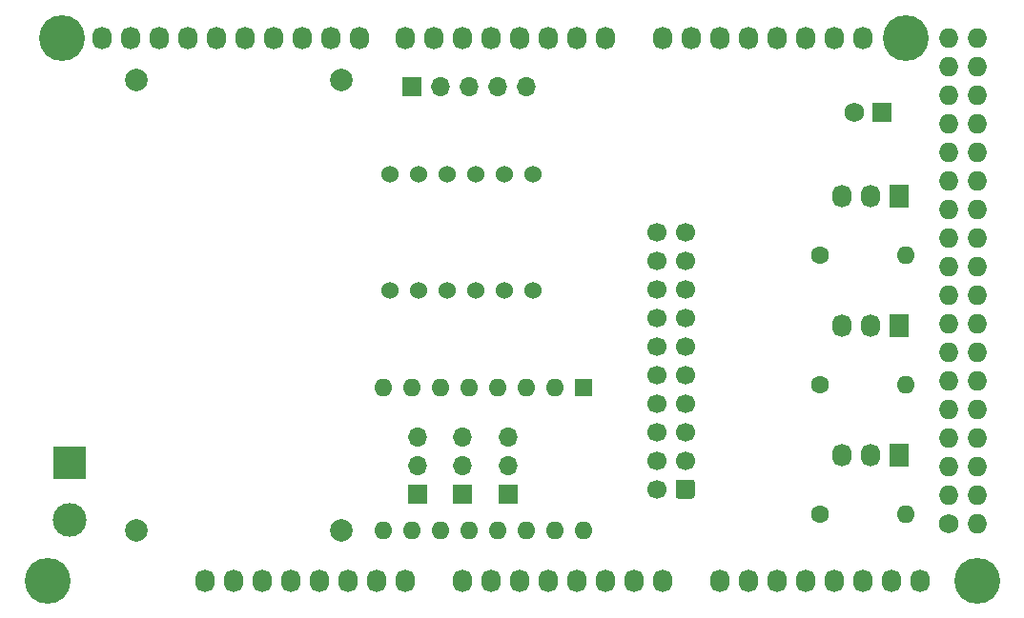
<source format=gts>
G04 #@! TF.GenerationSoftware,KiCad,Pcbnew,5.1.6-c6e7f7d~87~ubuntu18.04.1*
G04 #@! TF.CreationDate,2021-05-18T20:00:01+01:00*
G04 #@! TF.ProjectId,CheeseShield,43686565-7365-4536-9869-656c642e6b69,rev?*
G04 #@! TF.SameCoordinates,Original*
G04 #@! TF.FileFunction,Soldermask,Top*
G04 #@! TF.FilePolarity,Negative*
%FSLAX46Y46*%
G04 Gerber Fmt 4.6, Leading zero omitted, Abs format (unit mm)*
G04 Created by KiCad (PCBNEW 5.1.6-c6e7f7d~87~ubuntu18.04.1) date 2021-05-18 20:00:01*
%MOMM*%
%LPD*%
G01*
G04 APERTURE LIST*
%ADD10C,1.524000*%
%ADD11O,1.700000X1.700000*%
%ADD12R,1.700000X1.700000*%
%ADD13C,1.700000*%
%ADD14R,1.750000X1.750000*%
%ADD15C,1.750000*%
%ADD16C,1.600000*%
%ADD17O,1.600000X1.600000*%
%ADD18C,2.000000*%
%ADD19R,1.730000X2.030000*%
%ADD20O,1.730000X2.030000*%
%ADD21R,3.000000X3.000000*%
%ADD22C,3.000000*%
%ADD23R,1.600000X1.600000*%
%ADD24C,1.727200*%
%ADD25O,1.727200X1.727200*%
%ADD26O,1.727200X2.032000*%
%ADD27C,4.064000*%
G04 APERTURE END LIST*
D10*
X73800000Y1000000D03*
X76340000Y1000000D03*
X78880000Y1000000D03*
X81420000Y1000000D03*
X83960000Y1000000D03*
X86500000Y1000000D03*
X73790000Y-9340000D03*
X76330000Y-9340000D03*
X78870000Y-9340000D03*
X81410000Y-9340000D03*
X83950000Y-9340000D03*
X86500000Y-9350000D03*
D11*
X85910000Y8750000D03*
X83370000Y8750000D03*
X80830000Y8750000D03*
X78290000Y8750000D03*
D12*
X75750000Y8750000D03*
D13*
X97460000Y-4140000D03*
X97460000Y-6680000D03*
X97460000Y-9220000D03*
X97460000Y-11760000D03*
X97460000Y-14300000D03*
X97460000Y-16840000D03*
X97460000Y-19380000D03*
X97460000Y-21920000D03*
X97460000Y-24460000D03*
X97460000Y-27000000D03*
X100000000Y-4140000D03*
X100000000Y-6680000D03*
X100000000Y-9220000D03*
X100000000Y-11760000D03*
X100000000Y-14300000D03*
X100000000Y-16840000D03*
X100000000Y-19380000D03*
X100000000Y-21920000D03*
X100000000Y-24460000D03*
G36*
G01*
X100850000Y-26400000D02*
X100850000Y-27600000D01*
G75*
G02*
X100600000Y-27850000I-250000J0D01*
G01*
X99400000Y-27850000D01*
G75*
G02*
X99150000Y-27600000I0J250000D01*
G01*
X99150000Y-26400000D01*
G75*
G02*
X99400000Y-26150000I250000J0D01*
G01*
X100600000Y-26150000D01*
G75*
G02*
X100850000Y-26400000I0J-250000D01*
G01*
G37*
D14*
X117500000Y6500000D03*
D15*
X115000000Y6500000D03*
D16*
X112000000Y-17750000D03*
D17*
X119620000Y-17750000D03*
D16*
X112000000Y-6250000D03*
D17*
X119620000Y-6250000D03*
D16*
X112000000Y-29250000D03*
D17*
X119620000Y-29250000D03*
D18*
X69450000Y9400000D03*
X51250000Y9400000D03*
X69450000Y-30700000D03*
X51250000Y-30700000D03*
D19*
X119000000Y-12500000D03*
D20*
X116460000Y-12500000D03*
X113920000Y-12500000D03*
D19*
X119000000Y-1000000D03*
D20*
X116460000Y-1000000D03*
X113920000Y-1000000D03*
D19*
X119000000Y-24000000D03*
D20*
X116460000Y-24000000D03*
X113920000Y-24000000D03*
D21*
X45300000Y-24700000D03*
D22*
X45300000Y-29780000D03*
D12*
X84250000Y-27500000D03*
D11*
X84250000Y-24960000D03*
X84250000Y-22420000D03*
D12*
X80250000Y-27500000D03*
D11*
X80250000Y-24960000D03*
X80250000Y-22420000D03*
D12*
X76250000Y-27500000D03*
D11*
X76250000Y-24960000D03*
X76250000Y-22420000D03*
D23*
X91000000Y-18000000D03*
D17*
X73220000Y-30700000D03*
X88460000Y-18000000D03*
X75760000Y-30700000D03*
X85920000Y-18000000D03*
X78300000Y-30700000D03*
X83380000Y-18000000D03*
X80840000Y-30700000D03*
X80840000Y-18000000D03*
X83380000Y-30700000D03*
X78300000Y-18000000D03*
X85920000Y-30700000D03*
X75760000Y-18000000D03*
X88460000Y-30700000D03*
X73220000Y-18000000D03*
X91000000Y-30700000D03*
D24*
X123358000Y-30046000D03*
D25*
X125898000Y-30046000D03*
X123358000Y-27506000D03*
X125898000Y-27506000D03*
X123358000Y-24966000D03*
X125898000Y-24966000D03*
X123358000Y-22426000D03*
X125898000Y-22426000D03*
X123358000Y-19886000D03*
X125898000Y-19886000D03*
X123358000Y-17346000D03*
X125898000Y-17346000D03*
X123358000Y-14806000D03*
X125898000Y-14806000D03*
X123358000Y-12266000D03*
X125898000Y-12266000D03*
X123358000Y-9726000D03*
X125898000Y-9726000D03*
X123358000Y-7186000D03*
X125898000Y-7186000D03*
X123358000Y-4646000D03*
X125898000Y-4646000D03*
X123358000Y-2106000D03*
X125898000Y-2106000D03*
X123358000Y434000D03*
X125898000Y434000D03*
X123358000Y2974000D03*
X125898000Y2974000D03*
X123358000Y5514000D03*
X125898000Y5514000D03*
X123358000Y8054000D03*
X125898000Y8054000D03*
X123358000Y10594000D03*
X125898000Y10594000D03*
X123358000Y13134000D03*
X125898000Y13134000D03*
D26*
X57318000Y-35126000D03*
X59858000Y-35126000D03*
X62398000Y-35126000D03*
X64938000Y-35126000D03*
X67478000Y-35126000D03*
X70018000Y-35126000D03*
X72558000Y-35126000D03*
X75098000Y-35126000D03*
X80178000Y-35126000D03*
X82718000Y-35126000D03*
X85258000Y-35126000D03*
X87798000Y-35126000D03*
X90338000Y-35126000D03*
X92878000Y-35126000D03*
X95418000Y-35126000D03*
X97958000Y-35126000D03*
X103038000Y-35126000D03*
X105578000Y-35126000D03*
X108118000Y-35126000D03*
X110658000Y-35126000D03*
X113198000Y-35126000D03*
X115738000Y-35126000D03*
X118278000Y-35126000D03*
X120818000Y-35126000D03*
X48174000Y13134000D03*
X50714000Y13134000D03*
X53254000Y13134000D03*
X55794000Y13134000D03*
X58334000Y13134000D03*
X60874000Y13134000D03*
X63414000Y13134000D03*
X65954000Y13134000D03*
X68494000Y13134000D03*
X71034000Y13134000D03*
X75098000Y13134000D03*
X77638000Y13134000D03*
X80178000Y13134000D03*
X82718000Y13134000D03*
X85258000Y13134000D03*
X87798000Y13134000D03*
X90338000Y13134000D03*
X92878000Y13134000D03*
X97958000Y13134000D03*
X100498000Y13134000D03*
X103038000Y13134000D03*
X105578000Y13134000D03*
X108118000Y13134000D03*
X110658000Y13134000D03*
X113198000Y13134000D03*
X115738000Y13134000D03*
D27*
X43348000Y-35126000D03*
X125898000Y-35126000D03*
X44618000Y13134000D03*
X119548000Y13134000D03*
M02*

</source>
